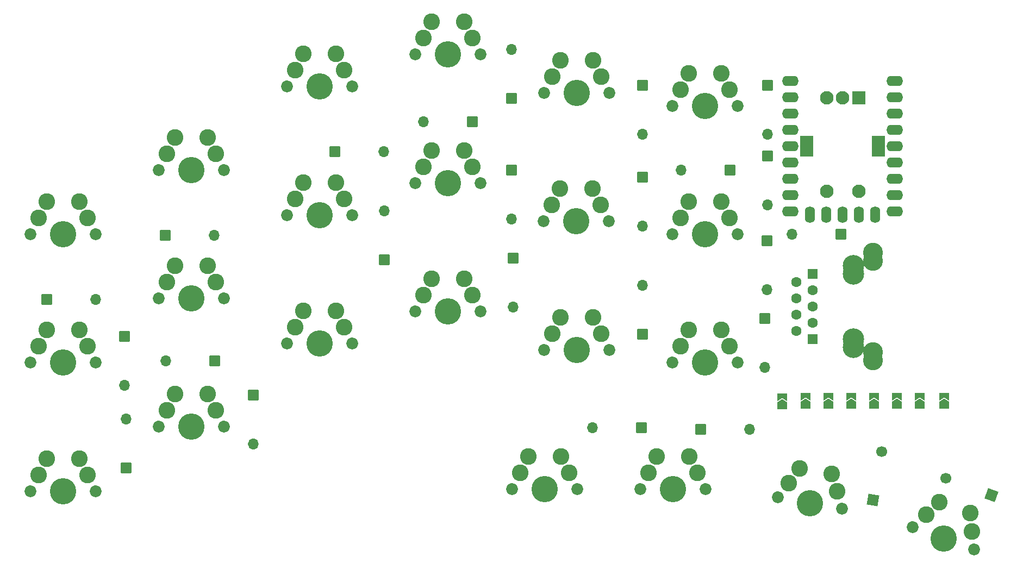
<source format=gbr>
%TF.GenerationSoftware,KiCad,Pcbnew,8.0.3*%
%TF.CreationDate,2024-07-09T07:59:51-07:00*%
%TF.ProjectId,Custom_KB_V1,43757374-6f6d-45f4-9b42-5f56312e6b69,rev?*%
%TF.SameCoordinates,Original*%
%TF.FileFunction,Soldermask,Bot*%
%TF.FilePolarity,Negative*%
%FSLAX46Y46*%
G04 Gerber Fmt 4.6, Leading zero omitted, Abs format (unit mm)*
G04 Created by KiCad (PCBNEW 8.0.3) date 2024-07-09 07:59:51*
%MOMM*%
%LPD*%
G01*
G04 APERTURE LIST*
G04 Aperture macros list*
%AMRoundRect*
0 Rectangle with rounded corners*
0 $1 Rounding radius*
0 $2 $3 $4 $5 $6 $7 $8 $9 X,Y pos of 4 corners*
0 Add a 4 corners polygon primitive as box body*
4,1,4,$2,$3,$4,$5,$6,$7,$8,$9,$2,$3,0*
0 Add four circle primitives for the rounded corners*
1,1,$1+$1,$2,$3*
1,1,$1+$1,$4,$5*
1,1,$1+$1,$6,$7*
1,1,$1+$1,$8,$9*
0 Add four rect primitives between the rounded corners*
20,1,$1+$1,$2,$3,$4,$5,0*
20,1,$1+$1,$4,$5,$6,$7,0*
20,1,$1+$1,$6,$7,$8,$9,0*
20,1,$1+$1,$8,$9,$2,$3,0*%
%AMHorizOval*
0 Thick line with rounded ends*
0 $1 width*
0 $2 $3 position (X,Y) of the first rounded end (center of the circle)*
0 $4 $5 position (X,Y) of the second rounded end (center of the circle)*
0 Add line between two ends*
20,1,$1,$2,$3,$4,$5,0*
0 Add two circle primitives to create the rounded ends*
1,1,$1,$2,$3*
1,1,$1,$4,$5*%
%AMFreePoly0*
4,1,16,0.535355,0.785355,0.541603,0.777735,1.041603,0.027735,1.049029,-0.009806,1.041603,-0.027735,0.541603,-0.777735,0.509806,-0.799029,0.500000,-0.800000,-0.500000,-0.800000,-0.535355,-0.785355,-0.550000,-0.750000,-0.550000,0.750000,-0.535355,0.785355,-0.500000,0.800000,0.500000,0.800000,0.535355,0.785355,0.535355,0.785355,$1*%
%AMFreePoly1*
4,1,16,0.535355,0.785355,0.550000,0.750000,0.550000,-0.750000,0.535355,-0.785355,0.500000,-0.800000,-0.650000,-0.800000,-0.685355,-0.785355,-0.700000,-0.750000,-0.691603,-0.722265,-0.210093,0.000000,-0.691603,0.722265,-0.699029,0.759806,-0.677735,0.791603,-0.650000,0.800000,0.500000,0.800000,0.535355,0.785355,0.535355,0.785355,$1*%
G04 Aperture macros list end*
%ADD10C,1.850000*%
%ADD11C,4.100000*%
%ADD12C,2.600000*%
%ADD13RoundRect,0.050000X-0.800000X-0.800000X0.800000X-0.800000X0.800000X0.800000X-0.800000X0.800000X0*%
%ADD14O,1.700000X1.700000*%
%ADD15RoundRect,0.050000X0.800000X0.800000X-0.800000X0.800000X-0.800000X-0.800000X0.800000X-0.800000X0*%
%ADD16RoundRect,0.050000X-0.800000X0.800000X-0.800000X-0.800000X0.800000X-0.800000X0.800000X0.800000X0*%
%ADD17RoundRect,0.050000X0.800000X-0.800000X0.800000X0.800000X-0.800000X0.800000X-0.800000X-0.800000X0*%
%ADD18C,3.350000*%
%ADD19RoundRect,0.050000X-0.750000X0.750000X-0.750000X-0.750000X0.750000X-0.750000X0.750000X0.750000X0*%
%ADD20C,1.600000*%
%ADD21C,3.100000*%
%ADD22O,2.600000X1.600000*%
%ADD23O,1.600000X2.600000*%
%ADD24RoundRect,0.050000X-1.000000X1.000000X-1.000000X-1.000000X1.000000X-1.000000X1.000000X1.000000X0*%
%ADD25C,2.100000*%
%ADD26RoundRect,0.050000X-1.000000X1.600000X-1.000000X-1.600000X1.000000X-1.600000X1.000000X1.600000X0*%
%ADD27RoundRect,0.050000X0.648928X-0.926765X0.926765X0.648928X-0.648928X0.926765X-0.926765X-0.648928X0*%
%ADD28HorizOval,1.700000X0.000000X0.000000X0.000000X0.000000X0*%
%ADD29RoundRect,0.050000X1.025370X0.478138X-0.478138X1.025370X-1.025370X-0.478138X0.478138X-1.025370X0*%
%ADD30HorizOval,1.700000X0.000000X0.000000X0.000000X0.000000X0*%
%ADD31FreePoly0,90.000000*%
%ADD32FreePoly1,90.000000*%
%ADD33RoundRect,0.050000X0.750000X-0.750000X0.750000X0.750000X-0.750000X0.750000X-0.750000X-0.750000X0*%
G04 APERTURE END LIST*
D10*
%TO.C,K17*%
X57004022Y-100317025D03*
D11*
X62084022Y-100317025D03*
X62084022Y-100317025D03*
D10*
X67164022Y-100317025D03*
D12*
X58274022Y-97777025D03*
X59544022Y-95237025D03*
X64624022Y-95237025D03*
X65894022Y-97777025D03*
%TD*%
D10*
%TO.C,K1*%
X157004022Y-60317025D03*
D11*
X162084022Y-60317025D03*
X162084022Y-60317025D03*
D10*
X167164022Y-60317025D03*
D12*
X158274022Y-57777025D03*
X159544022Y-55237025D03*
X164624022Y-55237025D03*
X165894022Y-57777025D03*
%TD*%
D13*
%TO.C,D12*%
X161422223Y-110704386D03*
D14*
X169042223Y-110704386D03*
%TD*%
D10*
%TO.C,K21*%
X152004022Y-120037025D03*
D11*
X157084022Y-120037025D03*
X157084022Y-120037025D03*
D10*
X162164022Y-120037025D03*
D12*
X153274022Y-117497025D03*
X154544022Y-114957025D03*
X159624022Y-114957025D03*
X160894022Y-117497025D03*
%TD*%
D13*
%TO.C,D14*%
X104476270Y-67407129D03*
D14*
X112096270Y-67407129D03*
%TD*%
D10*
%TO.C,K20*%
X173465524Y-121331989D03*
D11*
X178468347Y-122214121D03*
X178468347Y-122214121D03*
D10*
X183471170Y-123096253D03*
D12*
X175157295Y-119051110D03*
X176849067Y-116770232D03*
X181851892Y-117652364D03*
X182661531Y-120374310D03*
%TD*%
D15*
%TO.C,D10*%
X85725000Y-100012500D03*
D14*
X78105000Y-100012500D03*
%TD*%
D10*
%TO.C,K6*%
X137004022Y-98317025D03*
D11*
X142084022Y-98317025D03*
X142084022Y-98317025D03*
D10*
X147164022Y-98317025D03*
D12*
X138274022Y-95777025D03*
X139544022Y-93237025D03*
X144624022Y-93237025D03*
X145894022Y-95777025D03*
%TD*%
D10*
%TO.C,K14*%
X77004022Y-90317025D03*
D11*
X82084022Y-90317025D03*
X82084022Y-90317025D03*
D10*
X87164022Y-90317025D03*
D12*
X78274022Y-87777025D03*
X79544022Y-85237025D03*
X84624022Y-85237025D03*
X85894022Y-87777025D03*
%TD*%
D15*
%TO.C,D11*%
X125845081Y-62779299D03*
D14*
X118225081Y-62779299D03*
%TD*%
D10*
%TO.C,K3*%
X157003750Y-100330000D03*
D11*
X162083750Y-100330000D03*
X162083750Y-100330000D03*
D10*
X167163750Y-100330000D03*
D12*
X158273750Y-97790000D03*
X159543750Y-95250000D03*
X164623750Y-95250000D03*
X165893750Y-97790000D03*
%TD*%
D10*
%TO.C,K11*%
X97004022Y-77317025D03*
D11*
X102084022Y-77317025D03*
X102084022Y-77317025D03*
D10*
X107164022Y-77317025D03*
D12*
X98274022Y-74777025D03*
X99544022Y-72237025D03*
X104624022Y-72237025D03*
X105894022Y-74777025D03*
%TD*%
D10*
%TO.C,K19*%
X194477618Y-125955193D03*
D11*
X199251256Y-127692655D03*
X199251256Y-127692655D03*
D10*
X204024894Y-129430117D03*
D12*
X196539756Y-124002739D03*
X198601899Y-122050286D03*
X203375539Y-123787749D03*
X203700215Y-126608933D03*
%TD*%
D16*
%TO.C,D2*%
X171738933Y-81328564D03*
D14*
X171738933Y-88948564D03*
%TD*%
D10*
%TO.C,K2*%
X157004022Y-80317025D03*
D11*
X162084022Y-80317025D03*
X162084022Y-80317025D03*
D10*
X167164022Y-80317025D03*
D12*
X158274022Y-77777025D03*
X159544022Y-75237025D03*
X164624022Y-75237025D03*
X165894022Y-77777025D03*
%TD*%
D10*
%TO.C,K15*%
X77004022Y-110317025D03*
D11*
X82084022Y-110317025D03*
X82084022Y-110317025D03*
D10*
X87164022Y-110317025D03*
D12*
X78274022Y-107777025D03*
X79544022Y-105237025D03*
X84624022Y-105237025D03*
X85894022Y-107777025D03*
%TD*%
D10*
%TO.C,K9*%
X117004022Y-92317025D03*
D11*
X122084022Y-92317025D03*
X122084022Y-92317025D03*
D10*
X127164022Y-92317025D03*
D12*
X118274022Y-89777025D03*
X119544022Y-87237025D03*
X124624022Y-87237025D03*
X125894022Y-89777025D03*
%TD*%
D15*
%TO.C,D25*%
X152155682Y-110415453D03*
D14*
X144535682Y-110415453D03*
%TD*%
D16*
%TO.C,D1*%
X171863807Y-57150000D03*
D14*
X171863807Y-64770000D03*
%TD*%
D17*
%TO.C,D7*%
X131980016Y-59102748D03*
D14*
X131980016Y-51482748D03*
%TD*%
D10*
%TO.C,K10*%
X97004022Y-57317025D03*
D11*
X102084022Y-57317025D03*
X102084022Y-57317025D03*
D10*
X107164022Y-57317025D03*
D12*
X98274022Y-54777025D03*
X99544022Y-52237025D03*
X104624022Y-52237025D03*
X105894022Y-54777025D03*
%TD*%
D10*
%TO.C,K5*%
X136988759Y-78311514D03*
D11*
X142068759Y-78311514D03*
X142068759Y-78311514D03*
D10*
X147148759Y-78311514D03*
D12*
X138258759Y-75771514D03*
X139528759Y-73231514D03*
X144608759Y-73231514D03*
X145878759Y-75771514D03*
%TD*%
D16*
%TO.C,D17*%
X71711739Y-96268613D03*
D14*
X71711739Y-103888613D03*
%TD*%
D10*
%TO.C,K13*%
X77004022Y-70317025D03*
D11*
X82084022Y-70317025D03*
X82084022Y-70317025D03*
D10*
X87164022Y-70317025D03*
D12*
X78274022Y-67777025D03*
X79544022Y-65237025D03*
X84624022Y-65237025D03*
X85894022Y-67777025D03*
%TD*%
D15*
%TO.C,D22*%
X165995772Y-70349102D03*
D14*
X158375772Y-70349102D03*
%TD*%
D18*
%TO.C,J2-Right1*%
X185222538Y-97912984D03*
X185222538Y-86482984D03*
D19*
X178872538Y-96642984D03*
D20*
X176332538Y-95372984D03*
X178872538Y-94102984D03*
X176332538Y-92832984D03*
X178872538Y-91562984D03*
X176332538Y-90292984D03*
X178872538Y-89022984D03*
X176332538Y-87752984D03*
D21*
X188272538Y-99967984D03*
X188272538Y-84427984D03*
%TD*%
D13*
%TO.C,D8*%
X59531250Y-90487500D03*
D14*
X67151250Y-90487500D03*
%TD*%
D10*
%TO.C,K22*%
X132004022Y-120037025D03*
D11*
X137084022Y-120037025D03*
X137084022Y-120037025D03*
D10*
X142164022Y-120037025D03*
D12*
X133274022Y-117497025D03*
X134544022Y-114957025D03*
X139624022Y-114957025D03*
X140894022Y-117497025D03*
%TD*%
D17*
%TO.C,D6*%
X152331657Y-95925484D03*
D14*
X152331657Y-88305484D03*
%TD*%
D16*
%TO.C,D9*%
X132172638Y-84032621D03*
D14*
X132172638Y-91652621D03*
%TD*%
D16*
%TO.C,D23*%
X171811166Y-68146600D03*
D14*
X171811166Y-75766600D03*
%TD*%
D10*
%TO.C,K7*%
X117004022Y-52317025D03*
D11*
X122084022Y-52317025D03*
X122084022Y-52317025D03*
D10*
X127164022Y-52317025D03*
D12*
X118274022Y-49777025D03*
X119544022Y-47237025D03*
X124624022Y-47237025D03*
X125894022Y-49777025D03*
%TD*%
D13*
%TO.C,D13*%
X78000934Y-80456866D03*
D14*
X85620934Y-80456866D03*
%TD*%
D17*
%TO.C,D20*%
X71962312Y-116719202D03*
D14*
X71962312Y-109099202D03*
%TD*%
D22*
%TO.C,U1*%
X191647772Y-56477748D03*
X191647772Y-59017748D03*
X191647772Y-61557748D03*
X191647772Y-64097748D03*
X191647772Y-66637748D03*
X191647772Y-69177748D03*
X191647772Y-71717748D03*
X191647772Y-74257748D03*
X191647772Y-76797748D03*
D23*
X188607772Y-77297748D03*
X186067772Y-77297748D03*
X183527772Y-77297748D03*
X180987772Y-77297748D03*
X178447772Y-77297748D03*
D22*
X175407772Y-76797748D03*
X175407772Y-74257748D03*
X175407772Y-71717748D03*
X175407772Y-69177748D03*
X175407772Y-66637748D03*
X175407772Y-64097748D03*
X175407772Y-61557748D03*
X175407772Y-59017748D03*
X175407772Y-56477748D03*
%TD*%
D24*
%TO.C,SW1*%
X186030307Y-59083245D03*
D25*
X181030307Y-59083245D03*
X183530307Y-59083245D03*
D26*
X189130307Y-66583245D03*
X177930307Y-66583245D03*
D25*
X181030307Y-73583245D03*
X186030307Y-73583245D03*
%TD*%
D10*
%TO.C,K12*%
X97004022Y-97317025D03*
D11*
X102084022Y-97317025D03*
X102084022Y-97317025D03*
D10*
X107164022Y-97317025D03*
D12*
X98274022Y-94777025D03*
X99544022Y-92237025D03*
X104624022Y-92237025D03*
X105894022Y-94777025D03*
%TD*%
D10*
%TO.C,K16*%
X57004022Y-80317025D03*
D11*
X62084022Y-80317025D03*
X62084022Y-80317025D03*
D10*
X67164022Y-80317025D03*
D12*
X58274022Y-77777025D03*
X59544022Y-75237025D03*
X64624022Y-75237025D03*
X65894022Y-77777025D03*
%TD*%
D10*
%TO.C,K4*%
X137021647Y-58317025D03*
D11*
X142101647Y-58317025D03*
X142101647Y-58317025D03*
D10*
X147181647Y-58317025D03*
D12*
X138291647Y-55777025D03*
X139561647Y-53237025D03*
X144641647Y-53237025D03*
X145911647Y-55777025D03*
%TD*%
D10*
%TO.C,K8*%
X117004022Y-72317025D03*
D11*
X122084022Y-72317025D03*
X122084022Y-72317025D03*
D10*
X127164022Y-72317025D03*
D12*
X118274022Y-69777025D03*
X119544022Y-67237025D03*
X124624022Y-67237025D03*
X125894022Y-69777025D03*
%TD*%
D16*
%TO.C,D15*%
X91739543Y-105401021D03*
D14*
X91739543Y-113021021D03*
%TD*%
D15*
%TO.C,D24*%
X183288095Y-80341376D03*
D14*
X175668095Y-80341376D03*
%TD*%
D16*
%TO.C,D3*%
X171430407Y-93447848D03*
D14*
X171430407Y-101067848D03*
%TD*%
D16*
%TO.C,D4*%
X152400000Y-57150000D03*
D14*
X152400000Y-64770000D03*
%TD*%
D27*
%TO.C,D18*%
X188273357Y-121721107D03*
D28*
X189596550Y-114216870D03*
%TD*%
D10*
%TO.C,K18*%
X57004022Y-120317025D03*
D11*
X62084022Y-120317025D03*
X62084022Y-120317025D03*
D10*
X67164022Y-120317025D03*
D12*
X58274022Y-117777025D03*
X59544022Y-115237025D03*
X64624022Y-115237025D03*
X65894022Y-117777025D03*
%TD*%
D16*
%TO.C,D5*%
X152400000Y-71437500D03*
D14*
X152400000Y-79057500D03*
%TD*%
D29*
%TO.C,D19*%
X206756978Y-120913360D03*
D30*
X199596518Y-118307167D03*
%TD*%
D17*
%TO.C,D21*%
X112133000Y-84326246D03*
D14*
X112133000Y-76706246D03*
%TD*%
D16*
%TO.C,D16*%
X131915129Y-70292785D03*
D14*
X131915129Y-77912785D03*
%TD*%
D31*
%TO.C,JP1*%
X199324718Y-106951795D03*
D32*
X199324718Y-105501797D03*
%TD*%
D31*
%TO.C,JP2*%
X195499908Y-107000315D03*
D32*
X195499908Y-105550317D03*
%TD*%
D31*
%TO.C,JP4*%
X188399908Y-107000315D03*
D32*
X188399908Y-105550317D03*
%TD*%
D31*
%TO.C,JP7*%
X177749908Y-107000315D03*
D32*
X177749908Y-105550317D03*
%TD*%
D31*
%TO.C,JP8*%
X174130805Y-107047656D03*
D32*
X174130805Y-105597658D03*
%TD*%
D31*
%TO.C,JP6*%
X181299908Y-107000315D03*
D32*
X181299908Y-105550317D03*
%TD*%
D31*
%TO.C,JP5*%
X184849908Y-107000315D03*
D32*
X184849908Y-105550317D03*
%TD*%
D18*
%TO.C,J1-Left1*%
X185236188Y-85218219D03*
X185236188Y-96648219D03*
D33*
X178886188Y-86488219D03*
D20*
X176346188Y-87758219D03*
X178886188Y-89028219D03*
X176346188Y-90298219D03*
X178886188Y-91568219D03*
X176346188Y-92838219D03*
X178886188Y-94108219D03*
X176346188Y-95378219D03*
D21*
X188286188Y-83163219D03*
X188286188Y-98703219D03*
%TD*%
D31*
%TO.C,JP3*%
X191949908Y-107000315D03*
D32*
X191949908Y-105550317D03*
%TD*%
M02*

</source>
